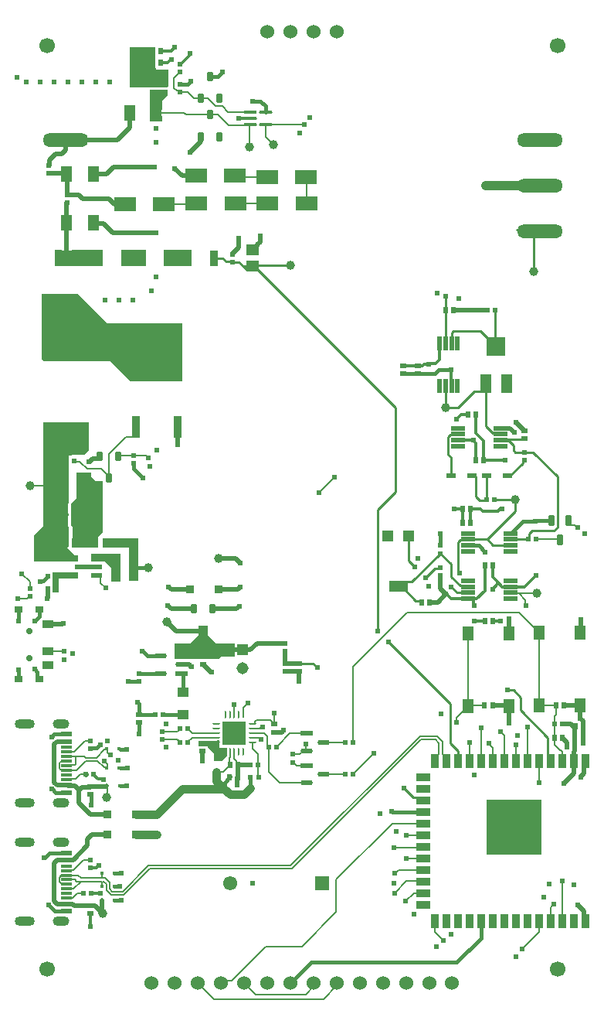
<source format=gtl>
G04*
G04 #@! TF.GenerationSoftware,Altium Limited,Altium Designer,25.4.2 (15)*
G04*
G04 Layer_Physical_Order=1*
G04 Layer_Color=255*
%FSLAX44Y44*%
%MOMM*%
G71*
G04*
G04 #@! TF.SameCoordinates,6A8DEE2E-71F6-4429-A04B-94C45BF31DEA*
G04*
G04*
G04 #@! TF.FilePolarity,Positive*
G04*
G01*
G75*
%ADD12C,0.1524*%
%ADD16C,0.2540*%
%ADD17R,0.5400X0.6000*%
%ADD18R,0.9000X1.5000*%
%ADD19R,0.9000X0.9000*%
%ADD20R,1.5000X0.9000*%
%ADD21R,1.2500X0.9000*%
%ADD22R,0.9300X0.8000*%
%ADD23R,0.6000X0.6400*%
%ADD24R,1.3000X1.5500*%
%ADD25R,0.6400X0.6000*%
G04:AMPARAMS|DCode=26|XSize=0.45mm|YSize=1.55mm|CornerRadius=0.0495mm|HoleSize=0mm|Usage=FLASHONLY|Rotation=0.000|XOffset=0mm|YOffset=0mm|HoleType=Round|Shape=RoundedRectangle|*
%AMROUNDEDRECTD26*
21,1,0.4500,1.4510,0,0,0.0*
21,1,0.3510,1.5500,0,0,0.0*
1,1,0.0990,0.1755,-0.7255*
1,1,0.0990,-0.1755,-0.7255*
1,1,0.0990,-0.1755,0.7255*
1,1,0.0990,0.1755,0.7255*
%
%ADD26ROUNDEDRECTD26*%
%ADD27R,1.3383X0.5780*%
G04:AMPARAMS|DCode=28|XSize=1.3383mm|YSize=0.578mm|CornerRadius=0.289mm|HoleSize=0mm|Usage=FLASHONLY|Rotation=180.000|XOffset=0mm|YOffset=0mm|HoleType=Round|Shape=RoundedRectangle|*
%AMROUNDEDRECTD28*
21,1,1.3383,0.0000,0,0,180.0*
21,1,0.7603,0.5780,0,0,180.0*
1,1,0.5780,-0.3802,0.0000*
1,1,0.5780,0.3802,0.0000*
1,1,0.5780,0.3802,0.0000*
1,1,0.5780,-0.3802,0.0000*
%
%ADD28ROUNDEDRECTD28*%
%ADD29R,1.1000X1.0000*%
%ADD30R,5.0000X2.9000*%
%ADD31R,0.2500X0.8000*%
G04:AMPARAMS|DCode=32|XSize=0.8mm|YSize=0.25mm|CornerRadius=0.125mm|HoleSize=0mm|Usage=FLASHONLY|Rotation=270.000|XOffset=0mm|YOffset=0mm|HoleType=Round|Shape=RoundedRectangle|*
%AMROUNDEDRECTD32*
21,1,0.8000,0.0000,0,0,270.0*
21,1,0.5500,0.2500,0,0,270.0*
1,1,0.2500,0.0000,-0.2750*
1,1,0.2500,0.0000,0.2750*
1,1,0.2500,0.0000,0.2750*
1,1,0.2500,0.0000,-0.2750*
%
%ADD32ROUNDEDRECTD32*%
G04:AMPARAMS|DCode=33|XSize=0.25mm|YSize=0.8mm|CornerRadius=0.125mm|HoleSize=0mm|Usage=FLASHONLY|Rotation=270.000|XOffset=0mm|YOffset=0mm|HoleType=Round|Shape=RoundedRectangle|*
%AMROUNDEDRECTD33*
21,1,0.2500,0.5500,0,0,270.0*
21,1,0.0000,0.8000,0,0,270.0*
1,1,0.2500,-0.2750,0.0000*
1,1,0.2500,-0.2750,0.0000*
1,1,0.2500,0.2750,0.0000*
1,1,0.2500,0.2750,0.0000*
%
%ADD33ROUNDEDRECTD33*%
%ADD34R,2.6000X2.6000*%
%ADD35R,1.2954X1.2954*%
%ADD36C,1.0000*%
%ADD37R,1.3000X2.0000*%
%ADD38R,2.0000X2.0000*%
G04:AMPARAMS|DCode=39|XSize=0.45mm|YSize=1.55mm|CornerRadius=0.0495mm|HoleSize=0mm|Usage=FLASHONLY|Rotation=270.000|XOffset=0mm|YOffset=0mm|HoleType=Round|Shape=RoundedRectangle|*
%AMROUNDEDRECTD39*
21,1,0.4500,1.4510,0,0,270.0*
21,1,0.3510,1.5500,0,0,270.0*
1,1,0.0990,-0.7255,-0.1755*
1,1,0.0990,-0.7255,0.1755*
1,1,0.0990,0.7255,0.1755*
1,1,0.0990,0.7255,-0.1755*
%
%ADD39ROUNDEDRECTD39*%
%ADD40R,0.6000X0.5400*%
%ADD41R,1.1000X0.5000*%
G04:AMPARAMS|DCode=42|XSize=1.23mm|YSize=0.6mm|CornerRadius=0.075mm|HoleSize=0mm|Usage=FLASHONLY|Rotation=270.000|XOffset=0mm|YOffset=0mm|HoleType=Round|Shape=RoundedRectangle|*
%AMROUNDEDRECTD42*
21,1,1.2300,0.4500,0,0,270.0*
21,1,1.0800,0.6000,0,0,270.0*
1,1,0.1500,-0.2250,-0.5400*
1,1,0.1500,-0.2250,0.5400*
1,1,0.1500,0.2250,0.5400*
1,1,0.1500,0.2250,-0.5400*
%
%ADD42ROUNDEDRECTD42*%
%ADD43R,0.9000X0.9500*%
G04:AMPARAMS|DCode=44|XSize=1.3571mm|YSize=0.5721mm|CornerRadius=0.2861mm|HoleSize=0mm|Usage=FLASHONLY|Rotation=0.000|XOffset=0mm|YOffset=0mm|HoleType=Round|Shape=RoundedRectangle|*
%AMROUNDEDRECTD44*
21,1,1.3571,0.0000,0,0,0.0*
21,1,0.7850,0.5721,0,0,0.0*
1,1,0.5721,0.3925,0.0000*
1,1,0.5721,-0.3925,0.0000*
1,1,0.5721,-0.3925,0.0000*
1,1,0.5721,0.3925,0.0000*
%
%ADD44ROUNDEDRECTD44*%
%ADD45R,1.3571X0.5721*%
G04:AMPARAMS|DCode=46|XSize=0.65mm|YSize=1mm|CornerRadius=0.0813mm|HoleSize=0mm|Usage=FLASHONLY|Rotation=0.000|XOffset=0mm|YOffset=0mm|HoleType=Round|Shape=RoundedRectangle|*
%AMROUNDEDRECTD46*
21,1,0.6500,0.8375,0,0,0.0*
21,1,0.4875,1.0000,0,0,0.0*
1,1,0.1625,0.2438,-0.4188*
1,1,0.1625,-0.2438,-0.4188*
1,1,0.1625,-0.2438,0.4188*
1,1,0.1625,0.2438,0.4188*
%
%ADD46ROUNDEDRECTD46*%
%ADD47R,1.2500X1.1000*%
%ADD48R,1.0000X3.0000*%
%ADD49R,1.2000X0.6000*%
%ADD50R,1.4500X2.8100*%
%ADD51R,1.4700X1.1600*%
%ADD52R,0.9398X2.4892*%
%ADD53R,5.5626X6.2992*%
%ADD54R,0.9700X1.7300*%
%ADD55R,2.5400X1.8000*%
%ADD56R,1.3000X1.8000*%
G04:AMPARAMS|DCode=57|XSize=1.464mm|YSize=0.3758mm|CornerRadius=0.1879mm|HoleSize=0mm|Usage=FLASHONLY|Rotation=0.000|XOffset=0mm|YOffset=0mm|HoleType=Round|Shape=RoundedRectangle|*
%AMROUNDEDRECTD57*
21,1,1.4640,0.0000,0,0,0.0*
21,1,1.0881,0.3758,0,0,0.0*
1,1,0.3758,0.5441,0.0000*
1,1,0.3758,-0.5441,0.0000*
1,1,0.3758,-0.5441,0.0000*
1,1,0.3758,0.5441,0.0000*
%
%ADD57ROUNDEDRECTD57*%
%ADD58R,1.4640X0.3758*%
%ADD59R,2.3300X1.5500*%
%ADD60R,0.4000X0.4000*%
%ADD61R,1.1500X0.6000*%
%ADD62R,1.1500X0.3000*%
%ADD74R,2.0066X1.2954*%
%ADD96C,1.5500*%
%ADD97R,1.5500X1.5500*%
G04:AMPARAMS|DCode=100|XSize=1mm|YSize=1.8mm|CornerRadius=0.5mm|HoleSize=0mm|Usage=FLASHONLY|Rotation=270.000|XOffset=0mm|YOffset=0mm|HoleType=Round|Shape=RoundedRectangle|*
%AMROUNDEDRECTD100*
21,1,1.0000,0.8000,0,0,270.0*
21,1,0.0000,1.8000,0,0,270.0*
1,1,1.0000,-0.4000,0.0000*
1,1,1.0000,-0.4000,0.0000*
1,1,1.0000,0.4000,0.0000*
1,1,1.0000,0.4000,0.0000*
%
%ADD100ROUNDEDRECTD100*%
G04:AMPARAMS|DCode=101|XSize=1mm|YSize=2.2mm|CornerRadius=0.5mm|HoleSize=0mm|Usage=FLASHONLY|Rotation=270.000|XOffset=0mm|YOffset=0mm|HoleType=Round|Shape=RoundedRectangle|*
%AMROUNDEDRECTD101*
21,1,1.0000,1.2000,0,0,270.0*
21,1,0.0000,2.2000,0,0,270.0*
1,1,1.0000,-0.6000,0.0000*
1,1,1.0000,-0.6000,0.0000*
1,1,1.0000,0.6000,0.0000*
1,1,1.0000,0.6000,0.0000*
%
%ADD101ROUNDEDRECTD101*%
%ADD102C,0.3302*%
%ADD103C,0.5080*%
%ADD104C,0.3810*%
%ADD105C,0.1532*%
%ADD106C,1.0160*%
%ADD107C,0.9398*%
%ADD108C,0.7000*%
%ADD109O,5.0000X1.5000*%
%ADD110C,1.5240*%
%ADD111C,1.7000*%
%ADD112R,1.3080X1.3080*%
%ADD113C,1.3080*%
%ADD114C,0.6096*%
G36*
X161860Y1044260D02*
X161860D01*
Y1042740D01*
X161860D01*
Y1031260D01*
X162000D01*
Y1029000D01*
X176000D01*
Y1011466D01*
X175200Y1010190D01*
X156220D01*
X155266Y1010000D01*
X133991D01*
X133408Y1011408D01*
X134000Y1012000D01*
Y1054000D01*
X161860D01*
Y1044260D01*
D02*
G37*
G36*
X175200Y1001600D02*
X169000Y995400D01*
Y985367D01*
X162500D01*
X161212Y985110D01*
X160119Y984381D01*
X159390Y983288D01*
X159133Y982000D01*
X159390Y980712D01*
X160119Y979619D01*
X161212Y978890D01*
X162500Y978633D01*
X169000D01*
Y973000D01*
X156000D01*
Y1007380D01*
X156220Y1007600D01*
X175200D01*
Y1001600D01*
D02*
G37*
G36*
X77050Y831650D02*
X104050D01*
Y814350D01*
X94350D01*
X94000Y814000D01*
X51300D01*
Y832000D01*
X59321D01*
Y825140D01*
X59215Y824982D01*
X58821Y823000D01*
X59215Y821018D01*
X60338Y819337D01*
X62018Y818215D01*
X64000Y817821D01*
X65982Y818215D01*
X67663Y819337D01*
X68162Y819837D01*
X69285Y821518D01*
X69679Y823500D01*
Y832000D01*
X76700D01*
X77050Y831650D01*
D02*
G37*
G36*
X201050Y814350D02*
X170950D01*
Y831650D01*
X201050D01*
Y814350D01*
D02*
G37*
G36*
X151050D02*
X123950D01*
Y831650D01*
X151050D01*
Y814350D01*
D02*
G37*
G36*
X109000Y752000D02*
X191000D01*
Y688000D01*
X134000D01*
X112000Y710000D01*
X40000D01*
X37000Y713000D01*
Y784000D01*
X77000D01*
X109000Y752000D01*
D02*
G37*
G36*
X91000Y584000D02*
X96000Y579000D01*
X104000D01*
Y523000D01*
X99000Y518000D01*
Y506000D01*
X71414D01*
X71000Y507000D01*
Y529000D01*
X69000Y531000D01*
Y539161D01*
X69393Y539749D01*
X69590Y540740D01*
Y543260D01*
X69393Y544251D01*
X69000Y544839D01*
Y553161D01*
X69393Y553749D01*
X69552Y554552D01*
X75000Y560000D01*
Y588000D01*
X91000D01*
Y584000D01*
D02*
G37*
G36*
X89000Y613000D02*
X84000Y608000D01*
X70000D01*
Y607000D01*
X69540Y606540D01*
X67080D01*
Y604080D01*
X67000Y604000D01*
Y554740D01*
X65860D01*
Y543260D01*
X67000D01*
Y540740D01*
X65860D01*
Y529260D01*
X67000D01*
Y508000D01*
X65000Y506000D01*
X67460Y503540D01*
Y503460D01*
X67540D01*
X73000Y498000D01*
X77000D01*
Y491000D01*
X29000D01*
Y506000D01*
D01*
Y520000D01*
X39000Y530000D01*
Y563000D01*
Y643000D01*
X89000D01*
Y613000D01*
D02*
G37*
G36*
X143000Y488532D02*
X138000D01*
X136266Y488187D01*
X134795Y487205D01*
X134524Y486799D01*
X133000Y487261D01*
Y506000D01*
X104000D01*
Y516000D01*
X143000D01*
Y488532D01*
D02*
G37*
G36*
X123000Y469000D02*
X113000D01*
Y484000D01*
X106000Y491000D01*
X91000D01*
Y499000D01*
X123000D01*
Y469000D01*
D02*
G37*
G36*
X77000Y472000D02*
X56000D01*
Y457000D01*
X49000D01*
Y479000D01*
X77000D01*
Y472000D01*
D02*
G37*
G36*
X219000Y410000D02*
X228000Y401000D01*
X248420D01*
Y396540D01*
X257500D01*
Y391460D01*
X248420D01*
Y387000D01*
X234000D01*
X231000Y384000D01*
X219740D01*
Y384140D01*
X208260D01*
Y384000D01*
X183000D01*
Y401000D01*
X200000D01*
X209000Y410000D01*
Y421000D01*
X219000D01*
Y410000D01*
D02*
G37*
G36*
X232000Y287000D02*
X240000D01*
Y278000D01*
X234000Y272000D01*
X226000D01*
Y281000D01*
X219000Y288000D01*
X218740D01*
Y288540D01*
X209000D01*
Y294735D01*
X217143D01*
X217675Y294629D01*
X228000D01*
X229290Y294886D01*
X229461Y295000D01*
X232000D01*
Y287000D01*
D02*
G37*
G36*
X585000Y170000D02*
X525000D01*
Y230000D01*
X585000D01*
Y170000D01*
D02*
G37*
D12*
X271230Y297980D02*
X274745D01*
X276975Y295750D02*
X277750D01*
X274745Y297980D02*
X276975Y295750D01*
X65250Y252500D02*
X65480Y252730D01*
X65250Y282500D02*
X65480Y282730D01*
X72600D01*
X65480Y252730D02*
X74220D01*
X72600Y282730D02*
X84190Y294320D01*
X74220Y252730D02*
X79490Y258000D01*
X86000D01*
X109000Y215250D02*
X110250Y214000D01*
X109000Y233000D02*
Y245000D01*
X109000Y245000D02*
X109000Y245000D01*
X84190Y294320D02*
X91000D01*
X110800Y582000D02*
Y608962D01*
X24000Y461640D02*
Y468760D01*
X15240Y477520D02*
X24000Y468760D01*
X594973Y97626D02*
Y112011D01*
X598000Y115038D01*
Y116000D01*
X582000Y249000D02*
Y272100D01*
X582400Y272500D01*
X282201Y969500D02*
X282434Y969267D01*
X324733D01*
X325000Y969000D01*
X504500Y333750D02*
X505250Y333000D01*
X504500Y333750D02*
Y411750D01*
X557000Y272500D02*
Y290000D01*
X233800Y29600D02*
X235994Y31794D01*
X245230D01*
X282951Y69515D01*
X322515D01*
X360000Y107000D01*
Y143000D01*
X421050Y204050D01*
X455600D01*
X260029Y969500D02*
X265563D01*
X401000Y280980D02*
Y281000D01*
X378320Y258300D02*
X401000Y280980D01*
X378320Y258000D02*
Y258300D01*
X560454Y434796D02*
X582500Y412750D01*
X437796Y434796D02*
X560454D01*
X378320Y293000D02*
Y375320D01*
X437796Y434796D01*
X582500Y408363D02*
Y412750D01*
X506000Y272700D02*
X506200Y272500D01*
X506000Y272700D02*
Y293000D01*
X341000Y566000D02*
X358000Y583000D01*
X282201Y955799D02*
X291000Y947000D01*
X282201Y955799D02*
Y969500D01*
X265299Y983000D02*
X265799Y982500D01*
X241000Y983000D02*
X265299D01*
X234810Y989190D02*
X241000Y983000D01*
X227648Y989190D02*
X234810D01*
X218838Y998000D02*
X227648Y989190D01*
X211600Y998000D02*
X218838D01*
X265000Y945000D02*
Y968937D01*
X265563Y969500D01*
X265799D01*
X242000Y968000D02*
X258529D01*
X260029Y969500D01*
X230000Y980000D02*
X242000Y968000D01*
X221800Y980000D02*
X230000D01*
X162500Y982000D02*
X193000D01*
X195000Y980000D01*
X221800D01*
X189000Y1004680D02*
X197320D01*
X204000Y998000D01*
X211600D01*
X187570Y1006110D02*
X189000Y1004680D01*
X185122Y1006110D02*
X187570D01*
X182190Y1009042D02*
X185122Y1006110D01*
X182190Y1009042D02*
Y1020170D01*
X188700Y1026680D01*
X189000D01*
X249000Y913000D02*
X250000Y912000D01*
X284300D01*
X327000D02*
X327350Y911650D01*
Y883000D02*
Y911650D01*
X249350Y883000D02*
X284650D01*
X205650Y882000D02*
X206650Y883000D01*
X171000Y882000D02*
X205650D01*
X64250Y122500D02*
X64480Y122730D01*
X70900D01*
X76170Y128000D01*
X82680D01*
X228375Y260608D02*
X236208D01*
X243600Y268000D01*
X64250Y152500D02*
X64480Y152730D01*
X71600D01*
X83190Y164320D01*
X90000D01*
X582500Y333250D02*
Y408363D01*
X564000Y67000D02*
X582400Y85400D01*
Y97500D01*
X468100Y85077D02*
Y97500D01*
Y85077D02*
X477192Y75984D01*
X491878Y314919D02*
Y319628D01*
X607800Y97500D02*
X608000Y97700D01*
Y141000D01*
X624038Y528000D02*
X625000D01*
X621310Y530728D02*
X624038Y528000D01*
X616230Y530728D02*
X621310D01*
X614500Y532458D02*
X616230Y530728D01*
X614500Y532458D02*
Y535600D01*
X604400Y515000D02*
X605000Y514400D01*
X579320Y515000D02*
X604400D01*
X110800Y608962D02*
X129128Y627290D01*
X136711D01*
X140140Y630719D01*
Y638466D01*
X518900Y272500D02*
X519000Y272600D01*
Y309000D01*
X151360Y606640D02*
X154000Y604000D01*
X138000Y606640D02*
X151360D01*
X121640D02*
X138000D01*
X121000Y606000D02*
X121640Y606640D01*
X24000Y574000D02*
X43000D01*
X110800Y582000D02*
Y583750D01*
X102050Y592500D02*
X110800Y583750D01*
X86801Y592500D02*
X102050D01*
X78830Y600471D02*
X86801Y592500D01*
X72849Y600471D02*
X78830D01*
X72320Y601000D02*
X72849Y600471D01*
X97000Y475500D02*
X100000D01*
X101730Y473770D01*
Y467270D02*
Y473770D01*
Y467270D02*
X107000Y462000D01*
X41000Y504000D02*
X47000D01*
X44050Y392500D02*
X44550Y393000D01*
X62000D01*
X11000Y450000D02*
X21000D01*
X24000Y453000D01*
X243000Y268600D02*
X243170Y268770D01*
Y276250D01*
X243250D01*
X227980Y292980D02*
X228000Y293000D01*
X226430Y282750D02*
X238250D01*
Y280040D02*
Y282750D01*
X268500Y285630D02*
X274320Y279810D01*
X268500Y285630D02*
Y293000D01*
Y303000D02*
X268520Y302980D01*
X268500Y308000D02*
X276038D01*
X278000Y309962D01*
X248230Y323270D02*
X248250Y323250D01*
X270907Y313000D02*
X270927Y313020D01*
Y315427D01*
X268500Y313000D02*
X270907D01*
X270927Y315427D02*
X272500Y317000D01*
X258250Y323250D02*
Y331060D01*
X278000Y309962D02*
X278038Y310000D01*
X279000D01*
X274480Y255160D02*
X274640Y255000D01*
X274480Y255160D02*
Y267840D01*
X274320Y268000D02*
X274480Y267840D01*
X243250Y276250D02*
Y282750D01*
X594973Y97626D02*
X595100Y97500D01*
X263000Y335810D02*
Y336000D01*
X258250Y331060D02*
X263000Y335810D01*
X327000Y283995D02*
X327495Y283500D01*
X327000Y283995D02*
Y291000D01*
X287800Y317000D02*
X290070Y314730D01*
Y314530D02*
X291800Y312800D01*
X272500Y317000D02*
X287800D01*
X290070Y314530D02*
Y314730D01*
X291800Y312800D02*
X292000D01*
X268520Y302980D02*
X281020D01*
X284250Y299750D01*
Y289430D02*
Y299750D01*
X285680Y260320D02*
Y288000D01*
X284250Y289430D02*
X285680Y288000D01*
X248000Y334000D02*
X248230Y333770D01*
Y323270D02*
Y333770D01*
X234618Y276408D02*
X238250Y280040D01*
X230402Y276408D02*
X234618D01*
X229722Y275728D02*
X230402Y276408D01*
X292000Y312800D02*
Y325000D01*
X216200Y292980D02*
X226430Y282750D01*
X216200Y292980D02*
X227980D01*
X213000Y291800D02*
X214180Y292980D01*
X216200D01*
X274320Y268000D02*
Y279810D01*
X551250Y456750D02*
X552198Y455802D01*
X560078D01*
X567320Y448560D01*
Y443680D02*
Y448560D01*
Y443680D02*
X568000Y443000D01*
X437000Y191000D02*
X437350Y191350D01*
X455600D01*
X423000Y178000D02*
X454950D01*
X455600Y178650D01*
X437000Y166000D02*
X437050Y165950D01*
X455600D01*
X424000Y150000D02*
X424962D01*
X428212Y153250D01*
X455600D01*
X424000Y128000D02*
X437000Y141000D01*
X455150D01*
X445000Y128000D02*
X455450D01*
X436000Y119000D02*
X445000Y128000D01*
X455150Y141000D02*
X455600Y140550D01*
X455450Y128000D02*
X455600Y127850D01*
X531600Y272500D02*
Y286644D01*
X527000Y291244D02*
X531600Y286644D01*
X527000Y291244D02*
Y292000D01*
X544300Y272500D02*
Y299944D01*
X540000Y304244D02*
X544300Y299944D01*
X540000Y304244D02*
Y305000D01*
X569850Y273398D02*
Y309850D01*
X570000Y310000D01*
X569326Y272874D02*
X569850Y273398D01*
X579625Y456375D02*
X580000Y456000D01*
X551625Y456375D02*
X579625D01*
X551250Y456750D02*
X551625Y456375D01*
X491878Y319628D02*
X505250Y333000D01*
X522600D01*
X250670Y269730D02*
X252400Y268000D01*
X250670Y269730D02*
Y272520D01*
X248250Y274940D02*
X250670Y272520D01*
X248250Y274940D02*
Y282750D01*
X600600Y322985D02*
Y333000D01*
X599000Y321385D02*
X600600Y322985D01*
X599000Y313000D02*
Y321385D01*
X582750Y333000D02*
X600600D01*
X582500Y333250D02*
X582750Y333000D01*
X599200Y290101D02*
Y300000D01*
Y290101D02*
X605159Y284142D01*
X606312D01*
X607800Y282654D01*
Y272500D02*
Y282654D01*
X599000Y313000D02*
X599100Y312900D01*
Y300100D02*
Y312900D01*
Y300100D02*
X599200Y300000D01*
X569326Y272874D02*
X569700Y272500D01*
X531600D02*
X532000Y272900D01*
X308820Y302500D02*
X327495D01*
X296050Y289730D02*
X308820Y302500D01*
X295750Y289730D02*
X296050D01*
X294320Y288300D02*
X295750Y289730D01*
X294320Y288000D02*
Y288300D01*
X323670Y283500D02*
X327495D01*
X319810Y279640D02*
X323670Y283500D01*
X313000Y279640D02*
X319810D01*
X285680Y260320D02*
X297500Y248500D01*
X327495D01*
X313000Y271000D02*
X313300D01*
X316800Y267500D01*
X327495D01*
X346506Y258000D02*
X369680D01*
X346506Y293000D02*
X369680D01*
X454550Y203000D02*
X455600Y204050D01*
X346000Y12000D02*
X360800Y26800D01*
X226000Y12000D02*
X346000D01*
X326317Y17080D02*
X335400Y26163D01*
X259200Y29600D02*
X271720Y17080D01*
X208400Y29600D02*
X226000Y12000D01*
X271720Y17080D02*
X326317D01*
X360800Y26800D02*
Y29600D01*
X335400Y26163D02*
Y29600D01*
D16*
X267600Y814000D02*
X269950D01*
X424500Y659450D01*
Y566750D02*
Y659450D01*
X405000Y547250D02*
X424500Y566750D01*
X405000Y415000D02*
Y547250D01*
X268600Y814000D02*
Y815000D01*
X575000Y610320D02*
X575680D01*
X556168D02*
X575000D01*
X575680D02*
X602310Y583690D01*
Y528311D02*
Y583690D01*
X570555Y515125D02*
X571000Y515570D01*
Y521000D01*
X574656Y524656D01*
X598654D01*
X602310Y528311D01*
X548000Y350000D02*
X554000D01*
X562000Y342000D01*
Y328000D02*
Y342000D01*
Y328000D02*
X591870Y298130D01*
Y275730D02*
Y298130D01*
Y275730D02*
X595100Y272500D01*
X258000Y814000D02*
X262025Y809975D01*
X246000Y818680D02*
X253320D01*
X258000Y814000D01*
X417000Y403000D02*
Y403000D01*
Y403000D02*
X485000Y335000D01*
Y292000D02*
Y335000D01*
Y292000D02*
X493500Y283500D01*
Y272500D02*
Y283500D01*
X258000Y814000D02*
X267600D01*
X268600Y815000D01*
X310000D01*
X245490Y819190D02*
X246000Y818680D01*
X239190Y819190D02*
X245490D01*
X235380Y823000D02*
X239190Y819190D01*
X225800Y823000D02*
X235380D01*
X452370Y232680D02*
X455600Y229450D01*
X444320Y232680D02*
X452370D01*
X434000Y243000D02*
X444320Y232680D01*
X334600Y379400D02*
X339000Y375000D01*
X319000Y379400D02*
X334600D01*
X551375Y515125D02*
X570555D01*
X551250Y515250D02*
X551375Y515125D01*
X479600Y780600D02*
X480000Y781000D01*
X479600Y769200D02*
Y780600D01*
X486250Y741250D02*
X488000Y743000D01*
X518000D02*
X535000Y726000D01*
X488000Y743000D02*
X518000D01*
X486250Y729250D02*
Y741250D01*
Y729250D02*
X487034Y730034D01*
X479675Y729325D02*
Y765925D01*
X523500Y639120D02*
Y686000D01*
Y639120D02*
X531422Y631198D01*
X539302D01*
X540250Y630250D01*
X480000Y659000D02*
X493135D01*
X511405Y677270D02*
X518270D01*
X493135Y659000D02*
X511405Y677270D01*
X554000Y612488D02*
X556168Y610320D01*
X554000Y612488D02*
Y617880D01*
X549078Y622802D02*
X554000Y617880D01*
X541198Y622802D02*
X549078D01*
X540250Y623750D02*
X541198Y622802D01*
X523680Y558000D02*
X524680Y559000D01*
X517000Y558000D02*
X523680D01*
X512730Y562270D02*
X517000Y558000D01*
X512730Y562270D02*
Y583770D01*
X511500Y585000D02*
X512730Y583770D01*
X508500Y585000D02*
X511500D01*
X472570Y482890D02*
X474000Y484320D01*
X467890Y482890D02*
X472570D01*
X458000Y473000D02*
X467890Y482890D01*
X439500Y491500D02*
X446000Y485000D01*
X439500Y491500D02*
Y518500D01*
X492802Y629302D02*
X493750Y630250D01*
X482698Y608055D02*
Y627078D01*
X484922Y629302D02*
X492802D01*
X479875Y659125D02*
Y682625D01*
X479750Y682750D02*
X479875Y682625D01*
Y659125D02*
X480000Y659000D01*
X576000Y808000D02*
Y853000D01*
X575000Y854000D02*
X576000Y853000D01*
X557500Y854000D02*
X575000D01*
X479600Y766000D02*
X479882Y766282D01*
X534320Y726680D02*
X535000Y726000D01*
X534320Y726680D02*
Y766000D01*
X479600D02*
X479675Y765925D01*
Y729325D02*
X479750Y729250D01*
X485500Y585000D02*
Y605253D01*
X482698Y608055D02*
X485500Y605253D01*
X482698Y627078D02*
X484922Y629302D01*
X518270Y677270D02*
X523500Y682500D01*
Y686000D01*
X566000Y625200D02*
X566000Y625200D01*
X565275Y624475D02*
X566000Y625200D01*
X540975Y624475D02*
X565275D01*
X540250Y623750D02*
X540975Y624475D01*
X565700Y601680D02*
X566000D01*
X564270Y600250D02*
X565700Y601680D01*
X564270Y598770D02*
Y600250D01*
X550500Y585000D02*
X564270Y598770D01*
X547500Y585000D02*
X550500D01*
X524500D02*
X524680Y584820D01*
Y559000D02*
Y584820D01*
X525224Y515250D02*
X556000Y546026D01*
Y559000D01*
X533320D02*
X556000D01*
X531724Y508750D02*
X551250D01*
X525224Y515250D02*
X531724Y508750D01*
X504750Y515250D02*
X525224D01*
X503802Y514302D02*
X504750Y515250D01*
X495922Y514302D02*
X503802D01*
X493698Y512078D02*
X495922Y514302D01*
X493698Y480264D02*
Y512078D01*
Y480264D02*
X495000Y478962D01*
Y478000D02*
Y478962D01*
X486000Y463000D02*
X492250Y456750D01*
X504750D01*
X485826Y474294D02*
X495922Y464198D01*
X453600Y446000D02*
Y446200D01*
X451870Y447930D02*
X453600Y446200D01*
X447126Y447930D02*
X451870D01*
X431556Y463500D02*
X447126Y447930D01*
X428000Y463500D02*
X431556D01*
X473700Y499680D02*
X474000D01*
X442727Y468707D02*
X473700Y499680D01*
X433207Y468707D02*
X442727D01*
X428000Y463500D02*
X433207Y468707D01*
X474300Y499680D02*
X485826Y488154D01*
Y474294D02*
Y488154D01*
X495922Y464198D02*
X503802D01*
X504750Y463250D01*
D17*
X570680Y515000D02*
D03*
X579320D02*
D03*
X72320Y601000D02*
D03*
X63680D02*
D03*
X524680Y559000D02*
D03*
X533320D02*
D03*
X599000Y313000D02*
D03*
X607640D02*
D03*
X91320Y128000D02*
D03*
X82680D02*
D03*
X294320Y288000D02*
D03*
X285680D02*
D03*
X378320Y293000D02*
D03*
X369680D02*
D03*
X378320Y258000D02*
D03*
X369680D02*
D03*
X274320Y268000D02*
D03*
X265680D02*
D03*
X266000Y255000D02*
D03*
X274640D02*
D03*
X197320Y293000D02*
D03*
X188680D02*
D03*
X197320Y308000D02*
D03*
X188680D02*
D03*
X170320Y323000D02*
D03*
X161680D02*
D03*
X52320Y461000D02*
D03*
X43680D02*
D03*
Y475000D02*
D03*
X52320D02*
D03*
X93640Y258000D02*
D03*
X85000D02*
D03*
X525680Y766000D02*
D03*
X534320D02*
D03*
D18*
X468100Y272500D02*
D03*
X480800D02*
D03*
X633200Y97500D02*
D03*
X620500D02*
D03*
X607800D02*
D03*
X595100D02*
D03*
X582400D02*
D03*
X569700D02*
D03*
X557000D02*
D03*
X544300D02*
D03*
X531600D02*
D03*
X518900D02*
D03*
X506200D02*
D03*
X493500D02*
D03*
X480800D02*
D03*
X468100D02*
D03*
X493500Y272500D02*
D03*
X506200D02*
D03*
X518900D02*
D03*
X531600D02*
D03*
X544300D02*
D03*
X557000D02*
D03*
X569700D02*
D03*
X582400D02*
D03*
X595100D02*
D03*
X607800D02*
D03*
X620500D02*
D03*
X633200D02*
D03*
D19*
X570000Y186000D02*
D03*
X556000D02*
D03*
X542000D02*
D03*
Y200000D02*
D03*
Y214000D02*
D03*
X556000D02*
D03*
X570000D02*
D03*
Y200000D02*
D03*
X556000D02*
D03*
D20*
X455600Y115150D02*
D03*
Y127850D02*
D03*
Y140550D02*
D03*
Y153250D02*
D03*
Y165950D02*
D03*
Y178650D02*
D03*
Y191350D02*
D03*
Y204050D02*
D03*
Y216750D02*
D03*
Y229450D02*
D03*
Y242150D02*
D03*
Y254850D02*
D03*
D21*
X44050Y422500D02*
D03*
Y392500D02*
D03*
Y377500D02*
D03*
D22*
X34650Y438000D02*
D03*
Y362000D02*
D03*
X11950Y438000D02*
D03*
Y362000D02*
D03*
D23*
X531450Y486410D02*
D03*
X522650D02*
D03*
X531450Y425450D02*
D03*
X522650D02*
D03*
X498520Y548640D02*
D03*
X507320D02*
D03*
X498520Y533400D02*
D03*
X507320D02*
D03*
X512490Y601980D02*
D03*
X521290D02*
D03*
X504280Y651510D02*
D03*
X513080D02*
D03*
X630510Y310134D02*
D03*
X621710D02*
D03*
X621600Y293000D02*
D03*
X630400D02*
D03*
X531400Y333000D02*
D03*
X522600D02*
D03*
X600600D02*
D03*
X609400D02*
D03*
X607650Y297688D02*
D03*
X598850D02*
D03*
X252400Y268000D02*
D03*
X243600D02*
D03*
X243200Y255000D02*
D03*
X252000D02*
D03*
X479600Y766000D02*
D03*
X488400D02*
D03*
X453600Y446000D02*
D03*
X462400D02*
D03*
X167400Y1050000D02*
D03*
X158600D02*
D03*
Y1037000D02*
D03*
X167400D02*
D03*
X62600Y535000D02*
D03*
X71400D02*
D03*
Y549000D02*
D03*
X62600D02*
D03*
D24*
X549500Y411750D02*
D03*
Y332250D02*
D03*
X504500Y411750D02*
D03*
Y332250D02*
D03*
X582500Y333250D02*
D03*
Y412750D02*
D03*
X627500Y333250D02*
D03*
Y412750D02*
D03*
D25*
X449580Y696640D02*
D03*
Y705440D02*
D03*
X433070Y696640D02*
D03*
Y705440D02*
D03*
X90000Y244400D02*
D03*
Y235600D02*
D03*
X292000Y304000D02*
D03*
Y312800D02*
D03*
X213000Y291800D02*
D03*
Y283000D02*
D03*
X90000Y105600D02*
D03*
Y114400D02*
D03*
X566000Y634000D02*
D03*
Y625200D02*
D03*
X144000Y314600D02*
D03*
Y323400D02*
D03*
X214000Y387400D02*
D03*
Y378600D02*
D03*
X319000Y370600D02*
D03*
Y379400D02*
D03*
X172000Y1013400D02*
D03*
Y1004600D02*
D03*
D26*
X473250Y682750D02*
D03*
X479750D02*
D03*
X486250D02*
D03*
X492750D02*
D03*
X473250Y729250D02*
D03*
X479750D02*
D03*
X486250D02*
D03*
X492750D02*
D03*
D27*
X190162Y368500D02*
D03*
D28*
Y378000D02*
D03*
Y387500D02*
D03*
X167838D02*
D03*
Y368500D02*
D03*
D29*
X58500Y511000D02*
D03*
X75500D02*
D03*
X92500D02*
D03*
X109500D02*
D03*
D30*
X64000Y727000D02*
D03*
Y628000D02*
D03*
D31*
X258250Y323250D02*
D03*
D32*
X253250D02*
D03*
X248250D02*
D03*
X243250D02*
D03*
X238250D02*
D03*
Y282750D02*
D03*
X243250D02*
D03*
X248250D02*
D03*
X253250D02*
D03*
X258250D02*
D03*
D33*
X228000Y313000D02*
D03*
Y308000D02*
D03*
Y303000D02*
D03*
Y298000D02*
D03*
Y293000D02*
D03*
X268500D02*
D03*
Y298000D02*
D03*
Y303000D02*
D03*
Y308000D02*
D03*
Y313000D02*
D03*
D34*
X248250Y303000D02*
D03*
D35*
X439500Y518500D02*
D03*
X416500D02*
D03*
D36*
X576000Y808000D02*
D03*
X480000Y659000D02*
D03*
X556000Y559000D02*
D03*
X580000Y456000D02*
D03*
X104000Y106000D02*
D03*
X108000Y233000D02*
D03*
X174000Y425000D02*
D03*
X231000Y494000D02*
D03*
X154000Y484000D02*
D03*
X24000Y574000D02*
D03*
X310000Y815000D02*
D03*
X291000Y947000D02*
D03*
X265000Y945000D02*
D03*
D37*
X546500Y686000D02*
D03*
X523500D02*
D03*
D38*
X535000Y726000D02*
D03*
D39*
X540250Y617250D02*
D03*
Y623750D02*
D03*
Y630250D02*
D03*
Y636750D02*
D03*
X493750Y617250D02*
D03*
Y623750D02*
D03*
Y630250D02*
D03*
Y636750D02*
D03*
X504750Y521750D02*
D03*
Y515250D02*
D03*
Y508750D02*
D03*
Y502250D02*
D03*
X551250Y521750D02*
D03*
Y515250D02*
D03*
Y508750D02*
D03*
Y502250D02*
D03*
X504750Y469750D02*
D03*
Y463250D02*
D03*
Y456750D02*
D03*
Y450250D02*
D03*
X551250Y469750D02*
D03*
Y463250D02*
D03*
Y456750D02*
D03*
Y450250D02*
D03*
D40*
X566000Y601680D02*
D03*
Y610320D02*
D03*
X474000Y499680D02*
D03*
Y508320D02*
D03*
Y475680D02*
D03*
Y484320D02*
D03*
X90000Y155680D02*
D03*
Y164320D02*
D03*
X312166Y271014D02*
D03*
Y279654D02*
D03*
X304000Y392680D02*
D03*
Y401320D02*
D03*
Y379320D02*
D03*
Y370680D02*
D03*
X144000Y368320D02*
D03*
Y359680D02*
D03*
X24000Y461640D02*
D03*
Y453000D02*
D03*
X138000Y598000D02*
D03*
Y606640D02*
D03*
X246000Y827320D02*
D03*
Y818680D02*
D03*
X65000Y892320D02*
D03*
Y883680D02*
D03*
X45000Y924320D02*
D03*
Y915680D02*
D03*
X159000Y1004680D02*
D03*
Y1013320D02*
D03*
X189000D02*
D03*
Y1004680D02*
D03*
Y1035320D02*
D03*
Y1026680D02*
D03*
X90000Y285680D02*
D03*
Y294320D02*
D03*
D41*
X547500Y585000D02*
D03*
X524500D02*
D03*
X508500D02*
D03*
X485500D02*
D03*
D42*
X614500Y535600D02*
D03*
X595500D02*
D03*
X605000Y514400D02*
D03*
D43*
X140500Y192000D02*
D03*
X109000D02*
D03*
X140750Y214000D02*
D03*
X109250D02*
D03*
X230750Y460000D02*
D03*
X199250D02*
D03*
D44*
X346506Y293000D02*
D03*
X327495Y283500D02*
D03*
X346506Y258000D02*
D03*
X327495Y248500D02*
D03*
D45*
Y302500D02*
D03*
Y267500D02*
D03*
D46*
X214000Y415000D02*
D03*
X203800Y439000D02*
D03*
X224200D02*
D03*
X221800Y1022000D02*
D03*
X232000Y998000D02*
D03*
X211600D02*
D03*
X221800Y980000D02*
D03*
X232000Y956000D02*
D03*
X211600D02*
D03*
X121000Y606000D02*
D03*
X100600D02*
D03*
X110800Y582000D02*
D03*
D47*
X192000Y348000D02*
D03*
Y323000D02*
D03*
D48*
X138000Y484000D02*
D03*
X118000D02*
D03*
D49*
X71000Y475500D02*
D03*
Y494500D02*
D03*
X97000D02*
D03*
Y485000D02*
D03*
Y475500D02*
D03*
D50*
X82300Y574000D02*
D03*
X53700D02*
D03*
D51*
X268000Y832000D02*
D03*
Y814400D02*
D03*
D52*
X185860Y638466D02*
D03*
X140140D02*
D03*
D53*
X163000Y720000D02*
D03*
D54*
X225800Y823000D02*
D03*
X196200D02*
D03*
X175800D02*
D03*
X146200D02*
D03*
X128800D02*
D03*
X99200D02*
D03*
D55*
X64000D02*
D03*
Y775000D02*
D03*
D56*
X93500Y862000D02*
D03*
X64500D02*
D03*
X93500Y915000D02*
D03*
X64500D02*
D03*
X162500Y982000D02*
D03*
X133500D02*
D03*
D57*
X282201Y982500D02*
D03*
Y969500D02*
D03*
X265799D02*
D03*
Y976000D02*
D03*
D58*
Y982500D02*
D03*
D59*
X128300Y882000D02*
D03*
X171000D02*
D03*
X249350Y883000D02*
D03*
X206650D02*
D03*
X327000Y912000D02*
D03*
X284300D02*
D03*
X284650Y883000D02*
D03*
X327350D02*
D03*
X249000Y913000D02*
D03*
X206300D02*
D03*
D60*
X108000Y265000D02*
D03*
X122000D02*
D03*
X108000Y286000D02*
D03*
X122000D02*
D03*
X122322Y245522D02*
D03*
X108322D02*
D03*
X117000Y120000D02*
D03*
X103000D02*
D03*
X117000Y150000D02*
D03*
X103000D02*
D03*
X117000Y135000D02*
D03*
X103000D02*
D03*
D61*
X64250Y238000D02*
D03*
Y246000D02*
D03*
Y302000D02*
D03*
Y294000D02*
D03*
Y108000D02*
D03*
Y116000D02*
D03*
Y172000D02*
D03*
Y164000D02*
D03*
D62*
Y252500D02*
D03*
Y282500D02*
D03*
Y287500D02*
D03*
Y272500D02*
D03*
Y277500D02*
D03*
Y262500D02*
D03*
Y267500D02*
D03*
Y257500D02*
D03*
Y122500D02*
D03*
Y152500D02*
D03*
Y157500D02*
D03*
Y142500D02*
D03*
Y147500D02*
D03*
Y132500D02*
D03*
Y137500D02*
D03*
Y127500D02*
D03*
D74*
X428000Y463500D02*
D03*
D96*
X244000Y139000D02*
D03*
D97*
X344000D02*
D03*
D100*
X58500Y226800D02*
D03*
Y313200D02*
D03*
Y96800D02*
D03*
Y183200D02*
D03*
D101*
X18500Y226800D02*
D03*
Y313200D02*
D03*
Y96800D02*
D03*
Y183200D02*
D03*
D102*
X493875Y623875D02*
X509875D01*
X521290Y601980D02*
X544830D01*
X536752Y466062D02*
Y468611D01*
X531115Y460425D02*
X536752Y466062D01*
X531115Y460383D02*
Y460425D01*
X531450Y425450D02*
X539750D01*
X536752Y468611D02*
X542054Y463309D01*
X504750Y450250D02*
X509455D01*
X510054Y449651D01*
Y444108D02*
Y449651D01*
Y444108D02*
X510969Y443193D01*
Y442437D02*
Y443193D01*
X511409Y425634D02*
X511594Y425450D01*
X522650D01*
X510054Y450309D02*
X513946D01*
X551191Y463309D02*
X551250Y463250D01*
X542054Y463309D02*
X551191D01*
X531450Y473913D02*
X536752Y468611D01*
X531450Y473913D02*
Y486410D01*
X513946Y450309D02*
X522650Y459013D01*
Y486410D01*
X541026Y548105D02*
X541561Y548640D01*
X539215Y548105D02*
X541026D01*
X537210Y546100D02*
X539215Y548105D01*
X520700Y546100D02*
X537210D01*
X518160Y548640D02*
X520700Y546100D01*
X507320Y548640D02*
X518160D01*
X507320Y533400D02*
Y548640D01*
X488950D02*
X498520D01*
Y533400D02*
Y548640D01*
X491490Y646430D02*
X496570Y651510D01*
X504280D01*
X513080Y631525D02*
Y651510D01*
Y631525D02*
X521290Y623315D01*
Y601980D02*
Y623315D01*
X512490Y601980D02*
Y620754D01*
X510000Y623244D02*
X512490Y620754D01*
X510000Y623244D02*
Y624000D01*
X433070Y705440D02*
X449580D01*
X450170Y704850D01*
X454660D01*
X456275Y706465D01*
X460465D01*
X461000Y707000D01*
X98805Y252535D02*
X104465D01*
X94640Y256700D02*
X98805Y252535D01*
X94640Y256700D02*
Y257700D01*
X104465Y252535D02*
X105000Y252000D01*
X189300Y1035320D02*
X199465Y1045485D01*
X189000Y1035320D02*
X189300D01*
X199465Y1045485D02*
Y1046465D01*
X200000Y1047000D01*
X461000Y707000D02*
X461535Y707535D01*
X468535D01*
X473125Y712125D01*
Y729125D01*
X473250Y729250D01*
X549000Y193000D02*
X556000Y200000D01*
X563000Y193000D02*
Y193000D01*
X556000Y200000D02*
X563000Y193000D01*
X556000Y200000D02*
X563000Y207000D01*
X549000D02*
X549000D01*
X556000Y200000D01*
X91320Y128000D02*
X91360Y127960D01*
X100960D02*
X101000Y127920D01*
X91360Y127960D02*
X100960D01*
X178353Y1040000D02*
X179000D01*
X175353Y1037000D02*
X178353Y1040000D01*
X167400Y1037000D02*
X175353D01*
X179000Y1050000D02*
X183000Y1054000D01*
X167400Y1050000D02*
X179000D01*
X253000Y976000D02*
X265799D01*
X90000Y91000D02*
Y105600D01*
X99244Y158000D02*
X100000D01*
X96924Y155680D02*
X99244Y158000D01*
X90000Y155680D02*
X96924D01*
X486125Y682875D02*
X486250Y682750D01*
X486000Y701000D02*
X486125Y700875D01*
Y682875D02*
Y700875D01*
X485587Y450250D02*
X504750D01*
X480081Y455000D02*
X480837D01*
X485587Y450250D01*
X509875Y623875D02*
X510000Y624000D01*
X493750Y623750D02*
X493875Y623875D01*
X499282Y623750D02*
X499849Y624317D01*
X566250Y463250D02*
X579000Y476000D01*
X551250Y463250D02*
X566250D01*
D103*
X616800Y313000D02*
X621600Y308200D01*
X90701Y214241D02*
X97338D01*
X97579Y214000D01*
X54058Y246000D02*
X65250D01*
X65710Y245540D01*
X73185D01*
X51029Y249029D02*
Y291024D01*
X54005Y294000D01*
X51029Y249029D02*
X54058Y246000D01*
X54005Y294000D02*
X65250D01*
X81215Y243940D02*
X90540D01*
X73185Y245540D02*
X77725Y241000D01*
X78000D01*
Y226942D02*
Y241000D01*
X78275D01*
X81215Y243940D01*
X78000Y226942D02*
X90701Y214241D01*
X90000Y244400D02*
X100650D01*
X107689Y244888D02*
X108322Y245522D01*
X100650Y244400D02*
X101138Y244888D01*
X107689D01*
X97579Y214000D02*
X110250D01*
X630400Y293000D02*
Y316113D01*
X607650Y297488D02*
X612456Y292682D01*
Y287882D02*
Y292682D01*
Y287882D02*
X612650Y287688D01*
X607650Y297488D02*
Y297688D01*
X550250Y636750D02*
X555000Y632000D01*
X540250Y636750D02*
X550250D01*
X64710Y115540D02*
X71207D01*
X64250Y116000D02*
X64710Y115540D01*
X72347Y114400D02*
X95600D01*
X71207Y115540D02*
X72347Y114400D01*
X87000Y180000D02*
Y187000D01*
X64710Y164460D02*
X71460D01*
X87000Y180000D01*
X64250Y164000D02*
X64710Y164460D01*
X174000Y425000D02*
X184000Y415000D01*
X214000D01*
X609394Y247687D02*
X620500Y258794D01*
Y272500D01*
X276465Y846465D02*
X277000Y847000D01*
X276465Y840465D02*
Y846465D01*
X273699Y837699D02*
X276465Y840465D01*
X273699Y836149D02*
Y837699D01*
X269550Y832000D02*
X273699Y836149D01*
X268000Y832000D02*
X269550D01*
X253000Y834320D02*
Y845000D01*
X247349Y828669D02*
X253000Y834320D01*
X247349Y828369D02*
Y828669D01*
X246300Y827320D02*
X247349Y828369D01*
X246000Y827320D02*
X246300D01*
X54000Y116000D02*
X64250D01*
X51000Y119000D02*
X54000Y116000D01*
X51000Y119000D02*
Y161024D01*
X53976Y164000D01*
X64250D01*
X254725Y489000D02*
X255000D01*
X249725Y494000D02*
X254725Y489000D01*
X231000Y494000D02*
X249725D01*
X252045Y460000D02*
X254548Y462503D01*
X230750Y460000D02*
X252045D01*
X250747Y439000D02*
X253888Y442141D01*
X224200Y439000D02*
X250747D01*
X175190Y442911D02*
X179102Y439000D01*
X203800D01*
X175961Y462943D02*
X178904Y460000D01*
X199250D01*
X63000Y952000D02*
X120000D01*
X133500Y965500D01*
Y982000D01*
X200003Y938919D02*
X211600Y950516D01*
Y956000D01*
X183000Y921000D02*
X191000Y913000D01*
X206300D01*
X116000Y923000D02*
X161000D01*
X108000Y915000D02*
X116000Y923000D01*
X93500Y915000D02*
X108000D01*
X115000Y851000D02*
X162000D01*
X105000Y861000D02*
X115000Y851000D01*
X94500Y861000D02*
X105000D01*
X266450Y832000D02*
X268000D01*
X93500Y862000D02*
X94500Y861000D01*
X64000Y823000D02*
X64500Y823500D01*
Y862000D01*
X64700Y883680D02*
X65000D01*
X64500Y883480D02*
X64700Y883680D01*
X64500Y862000D02*
Y883480D01*
Y915000D02*
X64750Y914750D01*
Y892480D02*
Y914750D01*
Y892480D02*
X64910Y892320D01*
X65000D01*
X110650Y888000D02*
X116650Y882000D01*
X82000Y888000D02*
X110650D01*
X77680Y892320D02*
X82000Y888000D01*
X65000Y892320D02*
X77680D01*
X63820Y915680D02*
X64500Y915000D01*
X45000Y915680D02*
X63820D01*
X45000Y924320D02*
X45300D01*
X45460Y924480D01*
Y930484D01*
X51976Y937000D01*
X59000D01*
X63000Y941000D01*
Y952000D01*
X103000Y107000D02*
X104000Y106000D01*
X103000Y107000D02*
Y120000D01*
X92000Y192000D02*
X109000D01*
X87000Y187000D02*
X92000Y192000D01*
X318960Y379360D02*
X319000Y379400D01*
X304040Y379360D02*
X318960D01*
X304000Y379320D02*
X304040Y379360D01*
X304000Y379320D02*
Y392680D01*
X257500Y394000D02*
X257500Y394000D01*
X266000D01*
X273320Y401320D01*
X304000D01*
X222600Y370000D02*
X223000D01*
X214000Y378600D02*
X222600Y370000D01*
X200725Y376000D02*
X201000D01*
X198859Y377866D02*
X200725Y376000D01*
X190296Y377866D02*
X198859D01*
X190162Y378000D02*
X190296Y377866D01*
X213540Y378140D02*
X214000Y378600D01*
X185930Y619070D02*
X186000Y619000D01*
X185930Y619070D02*
Y638396D01*
X185860Y638466D02*
X185930Y638396D01*
X43000Y450000D02*
Y450275D01*
X43680Y450955D01*
Y461000D01*
X251540Y246815D02*
Y254540D01*
X251000Y246000D02*
Y246275D01*
X251540Y246815D01*
Y254540D02*
X252200Y255200D01*
X76000Y485000D02*
X97000D01*
X60725Y423000D02*
X61000D01*
X60225Y422500D02*
X60725Y423000D01*
X44050Y422500D02*
X60225D01*
X89000Y600000D02*
X89275D01*
X92815Y603540D01*
X99890D01*
X100600Y604250D01*
Y606000D01*
X96999Y574000D02*
X99474Y571525D01*
X82300Y574000D02*
X96999D01*
X97806Y555194D02*
X98000Y555000D01*
X94306Y555194D02*
X97806D01*
X82300Y567200D02*
X94306Y555194D01*
X82300Y567200D02*
Y574000D01*
X94339Y535000D02*
X98579Y539240D01*
X71400Y535000D02*
X94339D01*
X83725Y548000D02*
X84000D01*
X82725Y549000D02*
X83725Y548000D01*
X71400Y549000D02*
X82725D01*
X99000Y522725D02*
Y523000D01*
X95460Y519185D02*
X99000Y522725D01*
X95460Y513460D02*
Y519185D01*
X93000Y511000D02*
X95460Y513460D01*
X92500Y511000D02*
X93000D01*
X81000Y522725D02*
Y523000D01*
X78460Y520185D02*
X81000Y522725D01*
X78460Y513460D02*
Y520185D01*
X76000Y511000D02*
X78460Y513460D01*
X75500Y511000D02*
X76000D01*
X95600Y114400D02*
X104000Y106000D01*
X518900Y97500D02*
X518950Y97450D01*
X549413Y313740D02*
X549500Y313827D01*
Y332250D01*
X480000Y455000D02*
X480081D01*
X570000Y214000D02*
Y226000D01*
X525680Y766000D02*
X525680Y766000D01*
X507000Y766000D02*
X525680D01*
X507000Y766000D02*
X507000Y766000D01*
X488400Y766000D02*
X507000D01*
X557046Y643522D02*
X564589Y635979D01*
Y635211D02*
Y635979D01*
Y635211D02*
X565800Y634000D01*
X566000D01*
X318932Y359696D02*
X319000Y359764D01*
Y370600D01*
X318960Y370640D02*
X319000Y370600D01*
X304040Y370640D02*
X318960D01*
X304000Y370680D02*
X304040Y370640D01*
X300017Y304000D02*
X301963Y305945D01*
X292000Y304000D02*
X300017D01*
X213000Y272000D02*
Y283000D01*
X252200Y267800D02*
X252400Y268000D01*
X252200Y255200D02*
Y267800D01*
X252400Y268000D02*
X265680D01*
X480000Y455000D02*
Y455275D01*
X474000Y461275D02*
X480000Y455275D01*
X474000Y461275D02*
Y475680D01*
X471000Y446000D02*
X480000Y455000D01*
X462400Y446000D02*
X471000D01*
X627806Y426806D02*
X628000Y427000D01*
X627806Y413056D02*
Y426806D01*
X627500Y412750D02*
X627806Y413056D01*
X549500Y427777D02*
X549661Y427938D01*
X549500Y411750D02*
Y427777D01*
X608320Y313000D02*
X616800D01*
X621600Y293000D02*
Y308200D01*
X620500Y272500D02*
Y282500D01*
X621600Y283600D02*
Y293000D01*
X620500Y282500D02*
X621600Y283600D01*
X627589Y318924D02*
X630400Y316113D01*
X627589Y318924D02*
Y319199D01*
X627500Y319287D02*
X627589Y319199D01*
X627500Y319287D02*
Y333250D01*
X627250Y333000D02*
X627500Y333250D01*
X609400Y333000D02*
X627250D01*
X548750D02*
X549500Y332250D01*
X531400Y333000D02*
X548750D01*
X570000Y174000D02*
Y186000D01*
X556000Y174000D02*
Y186000D01*
X542000Y174000D02*
Y186000D01*
X530000Y200000D02*
X542000D01*
X570000D02*
X582000D01*
X542000Y214000D02*
Y226000D01*
X556000Y214000D02*
Y226000D01*
X628000Y255000D02*
Y255275D01*
X631240Y258515D01*
Y270540D01*
X633200Y272500D01*
X625000Y114725D02*
Y115000D01*
Y114725D02*
X631240Y108485D01*
Y99460D02*
Y108485D01*
Y99460D02*
X633200Y97500D01*
D104*
X11950Y425695D02*
X11958Y425687D01*
X11950Y425695D02*
Y438000D01*
X29210Y425450D02*
X34650Y430890D01*
Y438000D01*
X34290Y438150D02*
X34440Y438000D01*
X34650D01*
X29210Y372761D02*
Y373380D01*
Y372761D02*
X31905Y370066D01*
Y364095D02*
Y370066D01*
Y364095D02*
X34000Y362000D01*
X34650D01*
X11950Y372406D02*
X12047Y372503D01*
X11950Y362000D02*
Y372406D01*
X485960Y701040D02*
X486000Y701000D01*
X472440Y701040D02*
X485960D01*
X468040Y696640D02*
X472440Y701040D01*
X449580Y696640D02*
X468040D01*
X433070D02*
X449580D01*
X91000Y224000D02*
Y235600D01*
X48000Y242000D02*
X48619D01*
X52619Y238000D01*
X65250D01*
X48000Y299000D02*
X51000Y302000D01*
X65250D01*
X100381Y290000D02*
X101000D01*
X91000Y285680D02*
X91795Y286475D01*
X96856D01*
X100381Y290000D01*
X85205Y257205D02*
X86000Y258000D01*
X123000Y245000D02*
X130000D01*
X123000Y265000D02*
X131000D01*
X123000Y285000D02*
X130000D01*
X35000Y469000D02*
X35437Y469437D01*
X38417D01*
X43680Y474700D01*
Y475000D01*
X282201Y982500D02*
Y989799D01*
X277000Y995000D02*
X282201Y989799D01*
X268000Y995000D02*
X277000D01*
X117095Y135095D02*
X122361D01*
X117000Y135000D02*
X117095Y135095D01*
X122361D02*
X122774Y135508D01*
X142219Y337092D02*
X144000Y335311D01*
Y323400D02*
Y335311D01*
X230000Y1022000D02*
X235000Y1027000D01*
X221800Y1022000D02*
X230000D01*
X196908Y1013320D02*
X200256Y1016668D01*
X189000Y1013320D02*
X196908D01*
X167345Y1025251D02*
X172000Y1020595D01*
Y1013400D02*
Y1020595D01*
X148000Y1021000D02*
X151320D01*
X159000Y1013320D01*
X139000Y1037000D02*
X158600D01*
X148000Y1050000D02*
X158600D01*
X237000Y242000D02*
X237437Y242437D01*
Y249037D01*
X243200Y254800D01*
Y255000D01*
X266000Y243000D02*
Y255000D01*
X147000Y393000D02*
X147619D01*
X153119Y387500D01*
X167838D01*
X167748Y368410D02*
X167838Y368500D01*
X144090Y368410D02*
X167748D01*
X144000Y368320D02*
X144090Y368410D01*
X190162Y368500D02*
X191015D01*
X192000Y367515D01*
Y348000D02*
Y367515D01*
X170320Y323000D02*
X192000D01*
X190250Y323750D02*
X191000Y324500D01*
X170320Y323000D02*
X171070Y323750D01*
X161480Y323200D02*
X161680Y323000D01*
X144200Y323200D02*
X161480D01*
X144000Y323400D02*
X144200Y323200D01*
X474000Y508320D02*
Y521000D01*
X515886Y508750D02*
X523273Y501363D01*
X504750Y508750D02*
X515886D01*
X138000Y592124D02*
X147656Y582468D01*
X138000Y592124D02*
Y598000D01*
Y484000D02*
X138000Y484000D01*
X154000D01*
X52320Y475000D02*
X52570Y475250D01*
X70750D02*
X71000Y475500D01*
X132000Y360000D02*
X143680D01*
X144000Y359680D01*
Y302000D02*
Y314600D01*
X117000Y120000D02*
X124000D01*
X124134Y150000D02*
X124176Y149958D01*
X117000Y150000D02*
X124134D01*
X51225Y108000D02*
X64250D01*
X44402Y114822D02*
X51225Y108000D01*
X40000Y167000D02*
X40619D01*
X45619Y172000D01*
X64250D01*
X265205Y254205D02*
X266000Y255000D01*
X243200D02*
X243400Y255200D01*
X455475Y216875D02*
X455600Y216750D01*
X421125Y216875D02*
X455475D01*
X421000Y217000D02*
X421125Y216875D01*
X518900Y78900D02*
Y97500D01*
X492000Y52000D02*
X518900Y78900D01*
X332400Y52000D02*
X492000D01*
X310000Y29600D02*
X332400Y52000D01*
X480081Y455000D02*
X480619D01*
X595343Y535443D02*
X595500Y535600D01*
X578384Y535443D02*
X595343D01*
X578227Y535286D02*
X578384Y535443D01*
X564786Y535286D02*
X578227D01*
X551250Y521750D02*
X564786Y535286D01*
D105*
X56210Y264817D02*
Y270183D01*
Y264817D02*
X57793Y263234D01*
X56210Y270183D02*
X57793Y271766D01*
Y263234D02*
X64516D01*
X57793Y271766D02*
X64516D01*
Y263234D02*
X65250Y262500D01*
X64516Y271766D02*
X65250Y272500D01*
Y267500D02*
X65984Y268234D01*
X73361D01*
X65250Y277500D02*
X74258D01*
X73361Y268234D02*
X74258Y269131D01*
Y277500D01*
X83266D01*
X85000Y275766D02*
X96766D01*
X85000Y272710D02*
X98290D01*
X96766Y275766D02*
X105972Y284972D01*
X65250Y262500D02*
X74790D01*
X85000Y272710D01*
X83266Y277500D02*
X85000Y275766D01*
X108600Y265400D02*
X109000Y265000D01*
X105600Y265400D02*
X108600D01*
X109000Y265000D02*
Y269000D01*
X109000Y282000D02*
Y286000D01*
X105972Y284972D02*
X108972D01*
X109000Y285000D01*
X98290Y272710D02*
X105600Y265400D01*
X106000Y272000D02*
X109000Y269000D01*
X109000Y282000D02*
X112000Y279000D01*
X169000Y304818D02*
X185498D01*
X186746Y305766D02*
X188680Y307700D01*
X185498Y304818D02*
X186446Y305766D01*
X188680Y307700D02*
Y308000D01*
X186446Y305766D02*
X186746D01*
X185498Y296182D02*
X186446Y295234D01*
X186746D02*
X188680Y293300D01*
Y293000D02*
Y293300D01*
X169000Y296182D02*
X185498D01*
X186446Y295234D02*
X186746D01*
X197320Y293000D02*
Y293300D01*
X202126Y298106D01*
X217569D01*
X217675Y298000D01*
X228000D01*
X197320Y307700D02*
Y308000D01*
Y307700D02*
X202020Y303000D01*
X228000D01*
X63516Y146766D02*
X64250Y147500D01*
X58028Y146766D02*
X63516D01*
X56210Y144949D02*
X58028Y146766D01*
X56210Y140051D02*
Y144949D01*
Y140051D02*
X58028Y138234D01*
X63516D01*
X64250Y137500D01*
X64952Y147500D02*
X76782D01*
X75141Y140718D02*
X80000D01*
X73359Y142500D02*
X75141Y140718D01*
X64250Y142500D02*
X73359D01*
X64250Y132500D02*
X71782D01*
X80000Y140718D01*
X76782Y147500D02*
X80000Y144282D01*
X103000Y145179D02*
Y150000D01*
X102103Y144282D02*
X103000Y145179D01*
X80000Y144282D02*
X102103D01*
Y140718D02*
X103000Y139821D01*
X80000Y140718D02*
X102103D01*
X103000Y135000D02*
Y139821D01*
X64250Y142500D02*
X64952Y143202D01*
X107776Y131228D02*
Y138109D01*
Y131228D02*
X112905Y126099D01*
X105166Y140718D02*
X107776Y138109D01*
X103000Y139821D02*
X103897Y140718D01*
X112905Y126099D02*
X127099D01*
X103897Y140718D02*
X105166D01*
X127099Y126099D02*
X155436Y154436D01*
X311436D01*
X453000Y296000D01*
X468668D02*
X472668Y292000D01*
X453000Y296000D02*
X468668D01*
X468100Y272500D02*
Y275500D01*
X472668Y280068D01*
Y292000D01*
X106642Y144282D02*
X111339Y139585D01*
Y132704D02*
Y139585D01*
Y132704D02*
X114381Y129662D01*
X103897Y144282D02*
X106642D01*
X114381Y129662D02*
X125623D01*
X103000Y145179D02*
X103897Y144282D01*
X125623Y129662D02*
X153960Y158000D01*
X309960D01*
X451524Y299564D01*
X470144D01*
X476232Y293476D01*
X480800Y272500D02*
Y275500D01*
X476232Y280068D02*
X480800Y275500D01*
X476232Y280068D02*
Y293476D01*
D106*
X524000Y902000D02*
X583000D01*
D107*
X228375Y250625D02*
X237000Y242000D01*
X228375Y250625D02*
Y260608D01*
X237000Y242000D02*
X243287Y235713D01*
X258713D01*
X266000Y243000D01*
X191016Y242000D02*
X237000D01*
X162899Y213883D02*
X191016Y242000D01*
X140500Y192000D02*
X163000D01*
X162782Y214000D02*
X162899Y213883D01*
X140750Y214000D02*
X162782D01*
D108*
X23301Y415001D02*
D03*
Y385001D02*
D03*
D109*
X63000Y952000D02*
D03*
X583000Y852000D02*
D03*
Y902000D02*
D03*
Y952000D02*
D03*
D110*
X335400Y29600D02*
D03*
X310000D02*
D03*
X233800D02*
D03*
X259200D02*
D03*
X284600D02*
D03*
X486794D02*
D03*
X462400D02*
D03*
X386200D02*
D03*
X411600D02*
D03*
X437000D02*
D03*
X360800D02*
D03*
X208400D02*
D03*
X183000D02*
D03*
X157600D02*
D03*
X284600Y1071000D02*
D03*
X310000D02*
D03*
X335400D02*
D03*
X360800D02*
D03*
D111*
X42840Y1055600D02*
D03*
X602560D02*
D03*
X42840Y45000D02*
D03*
X602560D02*
D03*
D112*
X257500Y394000D02*
D03*
D113*
Y374000D02*
D03*
D114*
X544830Y601980D02*
D03*
X11958Y425687D02*
D03*
X29210Y425450D02*
D03*
Y373380D02*
D03*
X12047Y372503D02*
D03*
X531115Y460383D02*
D03*
X539750Y425450D02*
D03*
X510969Y442437D02*
D03*
X511409Y425634D02*
D03*
X541561Y548640D02*
D03*
X488950D02*
D03*
X491490Y646430D02*
D03*
X106680Y777240D02*
D03*
X121920D02*
D03*
X137160D02*
D03*
X157480Y787400D02*
D03*
X162560Y802640D02*
D03*
Y949960D02*
D03*
Y965200D02*
D03*
X111760Y1016000D02*
D03*
X96520D02*
D03*
X81280D02*
D03*
X66040D02*
D03*
X50800D02*
D03*
X35560D02*
D03*
X20320D02*
D03*
X10160Y1021080D02*
D03*
X277750Y295750D02*
D03*
X48000Y242000D02*
D03*
Y299000D02*
D03*
X120969Y273044D02*
D03*
X91000Y224000D02*
D03*
X108969Y294044D02*
D03*
X101000Y290000D02*
D03*
X112000Y279000D02*
D03*
X105000Y252000D02*
D03*
X106000Y272000D02*
D03*
X130000Y245000D02*
D03*
X130000Y285000D02*
D03*
X131000Y265000D02*
D03*
X15240Y477520D02*
D03*
X511000Y257000D02*
D03*
X558969Y300044D02*
D03*
X475000Y324000D02*
D03*
X448969Y494044D02*
D03*
X461000Y464000D02*
D03*
X632000Y521000D02*
D03*
X493969Y779044D02*
D03*
X470969Y785044D02*
D03*
X330969Y977044D02*
D03*
X319969Y960044D02*
D03*
X162969Y613044D02*
D03*
X155969Y595044D02*
D03*
X61969Y383044D02*
D03*
X70969Y390044D02*
D03*
X556969Y58044D02*
D03*
X587317Y123137D02*
D03*
X592969Y138044D02*
D03*
X620000Y137000D02*
D03*
X470000Y69000D02*
D03*
X486000Y83000D02*
D03*
X445000Y105000D02*
D03*
X423000Y139000D02*
D03*
X426000Y195000D02*
D03*
X408000Y215000D02*
D03*
X598000Y116000D02*
D03*
X612650Y287688D02*
D03*
X582000Y249000D02*
D03*
X35000Y469000D02*
D03*
X200000Y1047000D02*
D03*
X325000Y969000D02*
D03*
X461000Y707000D02*
D03*
X524000Y902000D02*
D03*
X555000Y632000D02*
D03*
X268000Y995000D02*
D03*
X235000Y1027000D02*
D03*
X609394Y247687D02*
D03*
X548000Y350000D02*
D03*
X405000Y415000D02*
D03*
X417000Y403000D02*
D03*
X277000Y847000D02*
D03*
X253000Y845000D02*
D03*
X173000Y288000D02*
D03*
Y313000D02*
D03*
X169000Y304818D02*
D03*
Y296182D02*
D03*
X101000Y127920D02*
D03*
X122774Y135508D02*
D03*
X401000Y281000D02*
D03*
X142219Y337092D02*
D03*
X163000Y192000D02*
D03*
X162899Y213883D02*
D03*
X255000Y489000D02*
D03*
X254548Y462503D02*
D03*
X253888Y442141D02*
D03*
X175190Y442911D02*
D03*
X175961Y462943D02*
D03*
X506000Y293000D02*
D03*
X341000Y566000D02*
D03*
X358000Y583000D02*
D03*
X200256Y1016668D02*
D03*
X167345Y1025251D02*
D03*
X148000Y1021000D02*
D03*
X139000Y1037000D02*
D03*
X148000Y1050000D02*
D03*
X179000Y1040000D02*
D03*
X183000Y1054000D02*
D03*
X253000Y976000D02*
D03*
X200003Y938919D02*
D03*
X183000Y921000D02*
D03*
X161000Y923000D02*
D03*
X162000Y851000D02*
D03*
X90000Y91000D02*
D03*
X228375Y260608D02*
D03*
X237000Y242000D02*
D03*
X266000Y243000D02*
D03*
X100000Y158000D02*
D03*
X434000Y243000D02*
D03*
X339000Y375000D02*
D03*
X223000Y370000D02*
D03*
X201000Y376000D02*
D03*
X147000Y393000D02*
D03*
X564000Y67000D02*
D03*
X477192Y75984D02*
D03*
X491878Y314919D02*
D03*
X474000Y521000D02*
D03*
X523273Y501363D02*
D03*
X608000Y141000D02*
D03*
X625000Y528000D02*
D03*
X186000Y619000D02*
D03*
X147656Y582468D02*
D03*
X519000Y309000D02*
D03*
X154000Y604000D02*
D03*
X43000Y611000D02*
D03*
X33000Y494000D02*
D03*
X139000Y512000D02*
D03*
X107000Y462000D02*
D03*
X62000Y393000D02*
D03*
X11000Y450000D02*
D03*
X43000D02*
D03*
X251000Y246000D02*
D03*
X240000Y295000D02*
D03*
X255000D02*
D03*
X241000Y311000D02*
D03*
X255000D02*
D03*
X279000Y310000D02*
D03*
X76000Y485000D02*
D03*
X61000Y423000D02*
D03*
X89000Y600000D02*
D03*
X99474Y571525D02*
D03*
X98000Y555000D02*
D03*
X98579Y539240D02*
D03*
X84000Y548000D02*
D03*
X99000Y523000D02*
D03*
X81000D02*
D03*
X132000Y360000D02*
D03*
X144000Y302000D02*
D03*
X124000Y120000D02*
D03*
X124176Y149958D02*
D03*
X44402Y114822D02*
D03*
X40000Y167000D02*
D03*
X263000Y336000D02*
D03*
X327000Y291000D02*
D03*
X248000Y334000D02*
D03*
X229722Y275728D02*
D03*
X292000Y325000D02*
D03*
X480000Y781000D02*
D03*
X568000Y443000D02*
D03*
X421000Y217000D02*
D03*
X437000Y191000D02*
D03*
X423000Y178000D02*
D03*
X437000Y166000D02*
D03*
X424000Y150000D02*
D03*
Y128000D02*
D03*
X436000Y119000D02*
D03*
X486000Y701000D02*
D03*
X458000Y473000D02*
D03*
X446000Y485000D02*
D03*
X527000Y292000D02*
D03*
X540000Y305000D02*
D03*
X557000Y290000D02*
D03*
X549413Y313740D02*
D03*
X570000Y310000D02*
D03*
X480081Y455000D02*
D03*
X570000Y226000D02*
D03*
X510000Y624000D02*
D03*
X495000Y478000D02*
D03*
X486000Y463000D02*
D03*
X579000Y476000D02*
D03*
X507000Y766000D02*
D03*
X557046Y643522D02*
D03*
X318932Y359696D02*
D03*
X301963Y305945D02*
D03*
X213000Y272000D02*
D03*
X268000Y139000D02*
D03*
X578227Y535286D02*
D03*
X628000Y427000D02*
D03*
X549661Y427938D02*
D03*
X627589Y319199D02*
D03*
X563000Y193000D02*
D03*
X549000D02*
D03*
Y207000D02*
D03*
X563000D02*
D03*
X570000Y174000D02*
D03*
X556000D02*
D03*
X542000D02*
D03*
X530000Y200000D02*
D03*
X582000D02*
D03*
X542000Y226000D02*
D03*
X556000D02*
D03*
X628000Y255000D02*
D03*
X625000Y115000D02*
D03*
M02*

</source>
